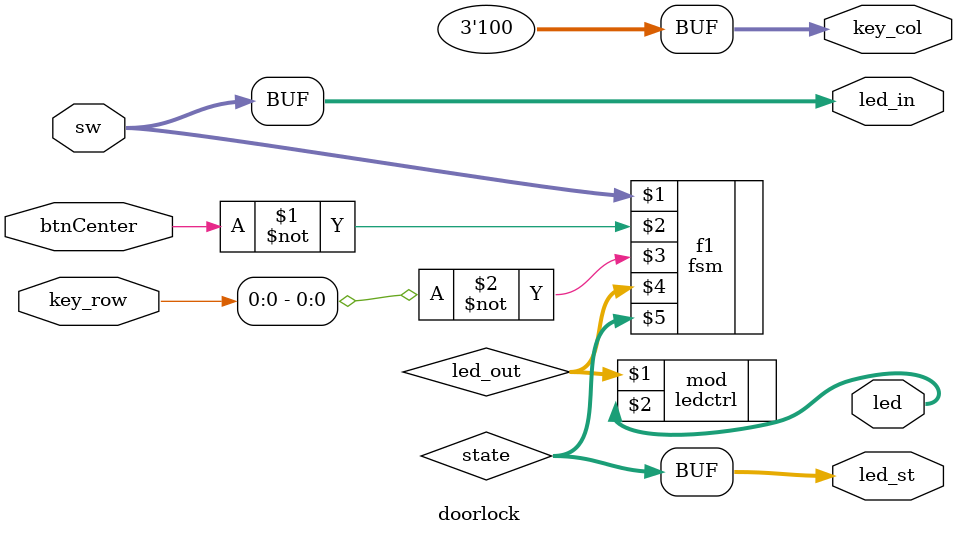
<source format=v>
`timescale 1ns / 1ps

module doorlock(
input [3:0]sw, //switch 
//input reset, //reset
input btnCenter, //btnCenter
input [3:0] key_row, //keypad_row
output [2:0] key_col, //keypad_col
output [2:0]led, //led
output [0:3]led_in, //led about input
output [0:4]led_st // led about state
);

wire [1:0] led_out;
wire [4:0] state;

// reset button using keypad
assign key_col = 3'b100;

//fsm process
(* DONT_TOUCH = "yes" *)fsm f1(sw,~btnCenter, ~key_row[0], led_out, state);

//lightnening
//ledctrl mod (led_clk, led_out, led);
ledctrl mod (led_out, led);

assign led_in = sw;
assign led_st = state;
endmodule

</source>
